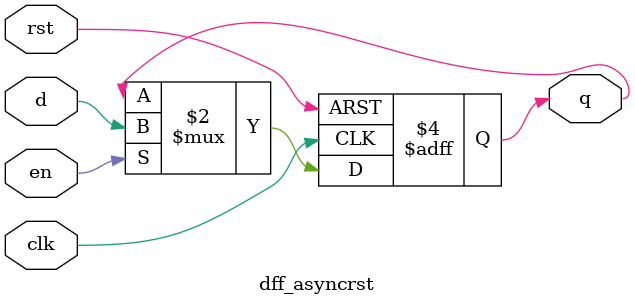
<source format=v>
module dff_asyncrst(q, d, clk, rst, en);
	input d, clk, rst, en;
	output reg q;
	
	always @(posedge clk or posedge rst) begin
		if(rst) begin
			q <= 1'b0;
		end
		else if(en) begin
			q <= d;
		end
	end
endmodule

</source>
